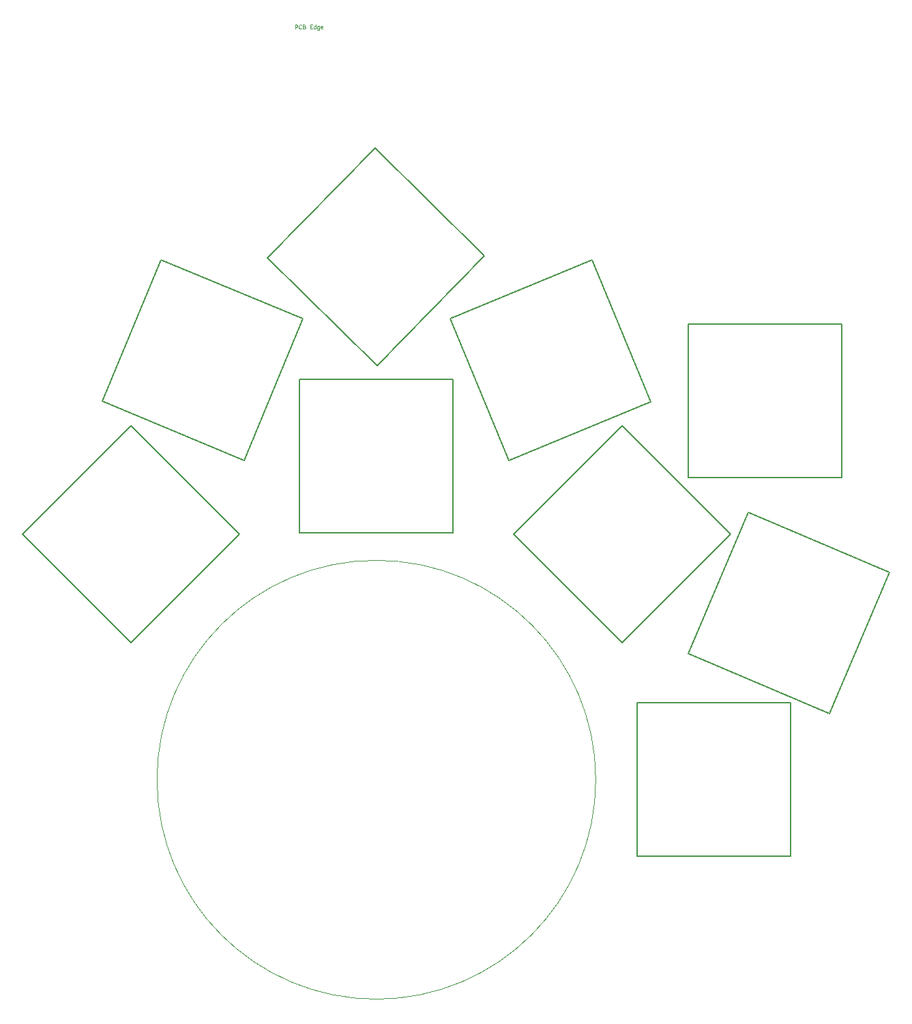
<source format=gbr>
G04 #@! TF.GenerationSoftware,KiCad,Pcbnew,(5.1.5)-3*
G04 #@! TF.CreationDate,2021-10-20T23:00:28+02:00*
G04 #@! TF.ProjectId,WFP_v2_0,5746505f-7632-45f3-902e-6b696361645f,v 0.2*
G04 #@! TF.SameCoordinates,Original*
G04 #@! TF.FileFunction,OtherDrawing,Comment*
%FSLAX46Y46*%
G04 Gerber Fmt 4.6, Leading zero omitted, Abs format (unit mm)*
G04 Created by KiCad (PCBNEW (5.1.5)-3) date 2021-10-20 23:00:28*
%MOMM*%
%LPD*%
G04 APERTURE LIST*
%ADD10C,0.120000*%
%ADD11C,0.150000*%
%ADD12C,0.080000*%
G04 APERTURE END LIST*
D10*
X114858990Y-130810000D02*
G75*
G03X114858990Y-130810000I-27228990J0D01*
G01*
D11*
X101049072Y-65795450D02*
X87696750Y-79382871D01*
X87696750Y-79382871D02*
X74109329Y-66030550D01*
X74109329Y-66030550D02*
X87461650Y-52443129D01*
X87461650Y-52443129D02*
X101049072Y-65795450D01*
X60883815Y-66264302D02*
X78483720Y-73554421D01*
X53593696Y-83864207D02*
X60883815Y-66264302D01*
X71193601Y-91154326D02*
X53593696Y-83864207D01*
X78483720Y-73554421D02*
X71193601Y-91154326D01*
X70624333Y-100331846D02*
X57153949Y-113802231D01*
X57153949Y-113802231D02*
X43683565Y-100331846D01*
X43683565Y-100331846D02*
X57153949Y-86861462D01*
X57153949Y-86861462D02*
X70624333Y-100331846D01*
X97104200Y-81076800D02*
X97104200Y-100126800D01*
X78054200Y-81076800D02*
X97104200Y-81076800D01*
X78054200Y-100126800D02*
X78054200Y-81076800D01*
X97104200Y-100126800D02*
X78054200Y-100126800D01*
X145415000Y-93345000D02*
X126365000Y-93345000D01*
X126365000Y-93345000D02*
X126365000Y-74295000D01*
X126365000Y-74295000D02*
X145415000Y-74295000D01*
X145415000Y-74295000D02*
X145415000Y-93345000D01*
X131578538Y-100323949D02*
X118108154Y-113794333D01*
X118108154Y-86853565D02*
X131578538Y-100323949D01*
X104637769Y-100323949D02*
X118108154Y-86853565D01*
X118108154Y-113794333D02*
X104637769Y-100323949D01*
X126347585Y-115185491D02*
X133791013Y-97649874D01*
X133791013Y-97649874D02*
X151326630Y-105093302D01*
X151326630Y-105093302D02*
X143883202Y-122628919D01*
X143883202Y-122628919D02*
X126347585Y-115185491D01*
X120015000Y-140335000D02*
X120015000Y-121285000D01*
X120015000Y-121285000D02*
X139065000Y-121285000D01*
X139065000Y-121285000D02*
X139065000Y-140335000D01*
X139065000Y-140335000D02*
X120015000Y-140335000D01*
X121660336Y-83897515D02*
X104060431Y-91187634D01*
X114370217Y-66297610D02*
X121660336Y-83897515D01*
X96770312Y-73587729D02*
X114370217Y-66297610D01*
X104060431Y-91187634D02*
X96770312Y-73587729D01*
D12*
X77533714Y-37624190D02*
X77533714Y-37124190D01*
X77724190Y-37124190D01*
X77771809Y-37148000D01*
X77795619Y-37171809D01*
X77819428Y-37219428D01*
X77819428Y-37290857D01*
X77795619Y-37338476D01*
X77771809Y-37362285D01*
X77724190Y-37386095D01*
X77533714Y-37386095D01*
X78319428Y-37576571D02*
X78295619Y-37600380D01*
X78224190Y-37624190D01*
X78176571Y-37624190D01*
X78105142Y-37600380D01*
X78057523Y-37552761D01*
X78033714Y-37505142D01*
X78009904Y-37409904D01*
X78009904Y-37338476D01*
X78033714Y-37243238D01*
X78057523Y-37195619D01*
X78105142Y-37148000D01*
X78176571Y-37124190D01*
X78224190Y-37124190D01*
X78295619Y-37148000D01*
X78319428Y-37171809D01*
X78700380Y-37362285D02*
X78771809Y-37386095D01*
X78795619Y-37409904D01*
X78819428Y-37457523D01*
X78819428Y-37528952D01*
X78795619Y-37576571D01*
X78771809Y-37600380D01*
X78724190Y-37624190D01*
X78533714Y-37624190D01*
X78533714Y-37124190D01*
X78700380Y-37124190D01*
X78748000Y-37148000D01*
X78771809Y-37171809D01*
X78795619Y-37219428D01*
X78795619Y-37267047D01*
X78771809Y-37314666D01*
X78748000Y-37338476D01*
X78700380Y-37362285D01*
X78533714Y-37362285D01*
X79414666Y-37362285D02*
X79581333Y-37362285D01*
X79652761Y-37624190D02*
X79414666Y-37624190D01*
X79414666Y-37124190D01*
X79652761Y-37124190D01*
X80081333Y-37624190D02*
X80081333Y-37124190D01*
X80081333Y-37600380D02*
X80033714Y-37624190D01*
X79938476Y-37624190D01*
X79890857Y-37600380D01*
X79867047Y-37576571D01*
X79843238Y-37528952D01*
X79843238Y-37386095D01*
X79867047Y-37338476D01*
X79890857Y-37314666D01*
X79938476Y-37290857D01*
X80033714Y-37290857D01*
X80081333Y-37314666D01*
X80533714Y-37290857D02*
X80533714Y-37695619D01*
X80509904Y-37743238D01*
X80486095Y-37767047D01*
X80438476Y-37790857D01*
X80367047Y-37790857D01*
X80319428Y-37767047D01*
X80533714Y-37600380D02*
X80486095Y-37624190D01*
X80390857Y-37624190D01*
X80343238Y-37600380D01*
X80319428Y-37576571D01*
X80295619Y-37528952D01*
X80295619Y-37386095D01*
X80319428Y-37338476D01*
X80343238Y-37314666D01*
X80390857Y-37290857D01*
X80486095Y-37290857D01*
X80533714Y-37314666D01*
X80962285Y-37600380D02*
X80914666Y-37624190D01*
X80819428Y-37624190D01*
X80771809Y-37600380D01*
X80748000Y-37552761D01*
X80748000Y-37362285D01*
X80771809Y-37314666D01*
X80819428Y-37290857D01*
X80914666Y-37290857D01*
X80962285Y-37314666D01*
X80986095Y-37362285D01*
X80986095Y-37409904D01*
X80748000Y-37457523D01*
M02*

</source>
